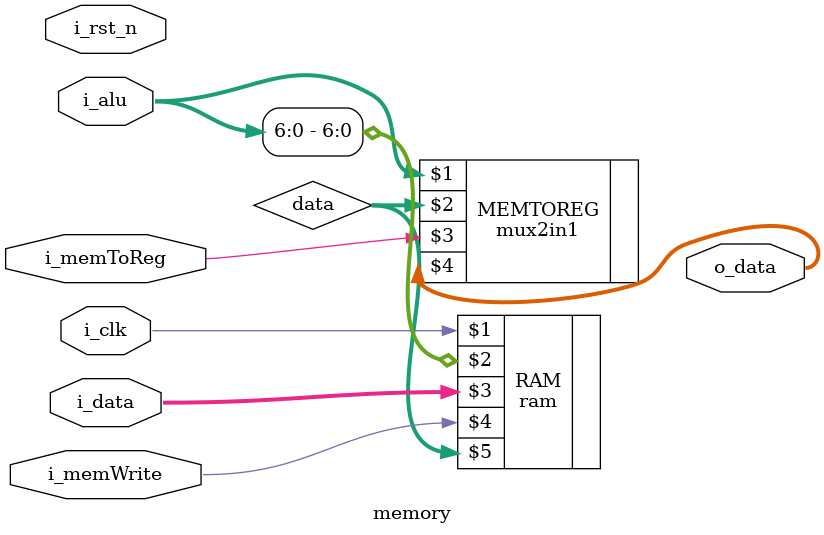
<source format=v>
module memory (i_clk, i_rst_n, i_alu, i_data, i_memWrite, i_memToReg, o_data);
  
  input wire         i_clk;
  input wire         i_rst_n;
  
  input wire  [31:0] i_alu;
  input wire  [31:0] i_data;
  
  input wire         i_memWrite, i_memToReg;
  
  output wire [31:0] o_data;
  
  wire        [31:0] data;
   
  ram RAM(i_clk, i_alu[6:0], i_data, i_memWrite, data);                
  mux2in1 MEMTOREG(i_alu, data, i_memToReg, o_data);
 
endmodule

</source>
